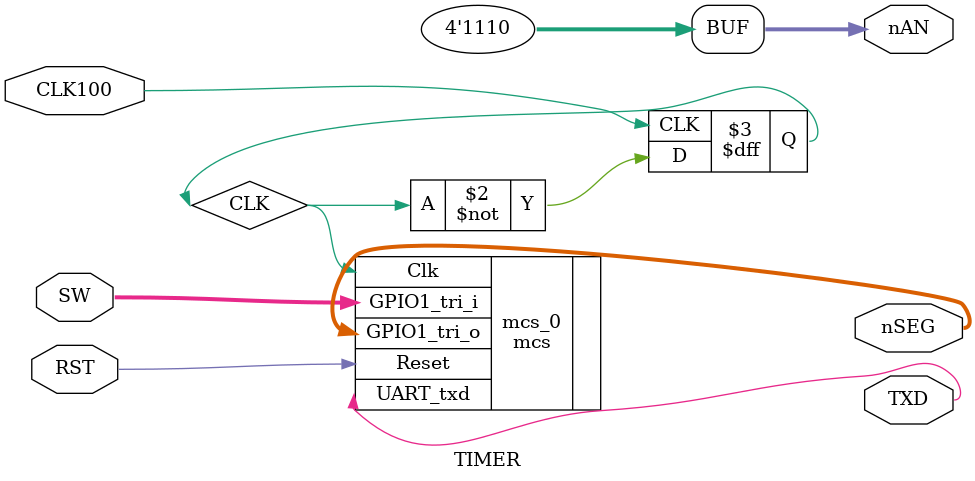
<source format=v>
/* MicroBlaze MCSVXeÌÅãÊKw                */
/* Copyright(C) 2013 Cobac.Net, All rights reserved. */

module TIMER(
    input           CLK100, RST,
    input   [3:0]   SW,
    output  [7:0]   nSEG,
    output  [3:0]   nAN,
    output          TXD
);

assign nAN = 4'b1110;

/* CLK(50MHz)Ìì¬ */
reg CLK;

always @( posedge CLK100 ) begin
    CLK <= ~CLK;
end

mcs mcs_0(
  .Clk (CLK),
  .Reset (RST),
  .UART_txd (TXD),
  .GPIO1_tri_i (SW),
  .GPIO1_tri_o (nSEG)
);


endmodule

</source>
